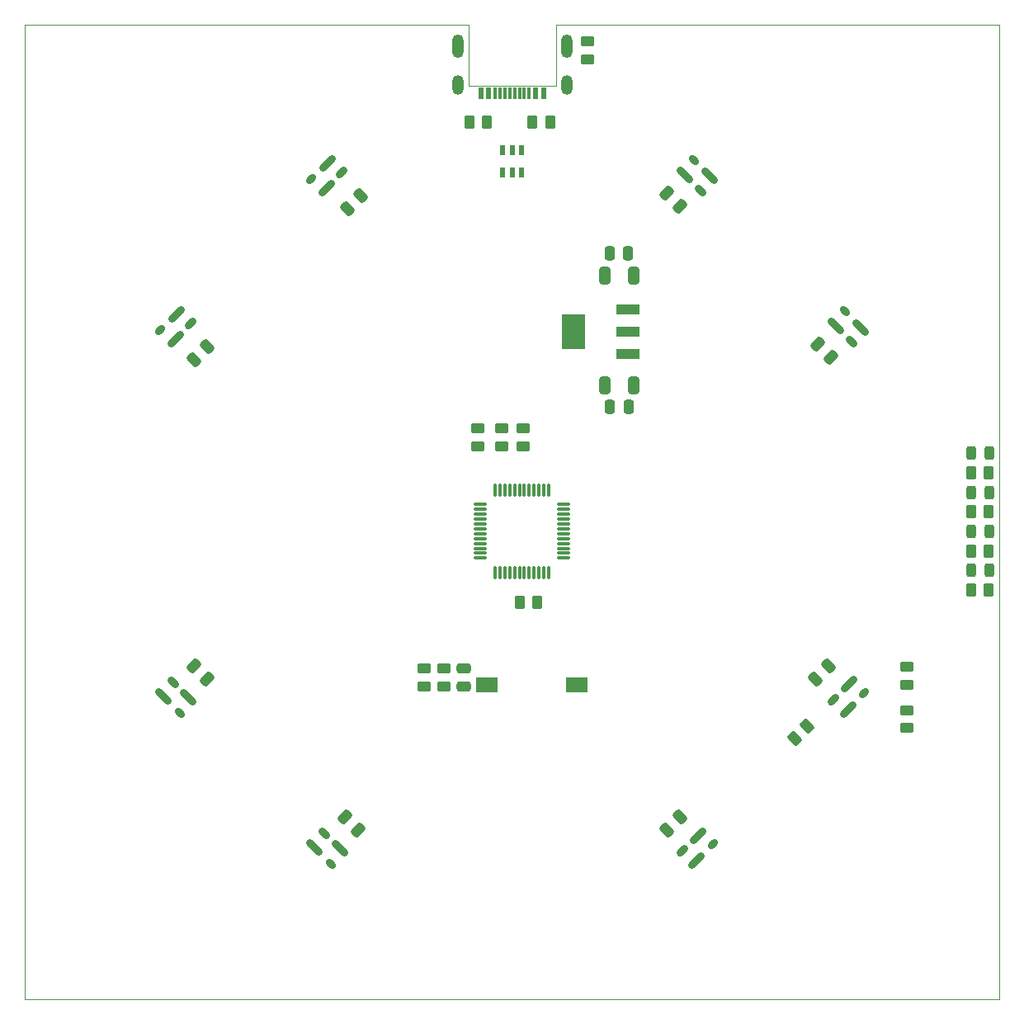
<source format=gtp>
G04 #@! TF.GenerationSoftware,KiCad,Pcbnew,(6.0.5)*
G04 #@! TF.CreationDate,2022-06-26T21:28:57+02:00*
G04 #@! TF.ProjectId,5x5x2-part2,35783578-322d-4706-9172-74322e6b6963,rev?*
G04 #@! TF.SameCoordinates,Original*
G04 #@! TF.FileFunction,Paste,Top*
G04 #@! TF.FilePolarity,Positive*
%FSLAX46Y46*%
G04 Gerber Fmt 4.6, Leading zero omitted, Abs format (unit mm)*
G04 Created by KiCad (PCBNEW (6.0.5)) date 2022-06-26 21:28:57*
%MOMM*%
%LPD*%
G01*
G04 APERTURE LIST*
G04 Aperture macros list*
%AMRoundRect*
0 Rectangle with rounded corners*
0 $1 Rounding radius*
0 $2 $3 $4 $5 $6 $7 $8 $9 X,Y pos of 4 corners*
0 Add a 4 corners polygon primitive as box body*
4,1,4,$2,$3,$4,$5,$6,$7,$8,$9,$2,$3,0*
0 Add four circle primitives for the rounded corners*
1,1,$1+$1,$2,$3*
1,1,$1+$1,$4,$5*
1,1,$1+$1,$6,$7*
1,1,$1+$1,$8,$9*
0 Add four rect primitives between the rounded corners*
20,1,$1+$1,$2,$3,$4,$5,0*
20,1,$1+$1,$4,$5,$6,$7,0*
20,1,$1+$1,$6,$7,$8,$9,0*
20,1,$1+$1,$8,$9,$2,$3,0*%
%AMHorizOval*
0 Thick line with rounded ends*
0 $1 width*
0 $2 $3 position (X,Y) of the first rounded end (center of the circle)*
0 $4 $5 position (X,Y) of the second rounded end (center of the circle)*
0 Add line between two ends*
20,1,$1,$2,$3,$4,$5,0*
0 Add two circle primitives to create the rounded ends*
1,1,$1,$2,$3*
1,1,$1,$4,$5*%
G04 Aperture macros list end*
G04 #@! TA.AperFunction,Profile*
%ADD10C,0.100000*%
G04 #@! TD*
%ADD11HorizOval,0.750000X0.229810X-0.229810X-0.229810X0.229810X0*%
%ADD12HorizOval,0.750000X0.477297X-0.477297X-0.477297X0.477297X0*%
%ADD13HorizOval,0.750000X0.159099X-0.159099X-0.159099X0.159099X0*%
%ADD14RoundRect,0.250000X0.450000X-0.262500X0.450000X0.262500X-0.450000X0.262500X-0.450000X-0.262500X0*%
%ADD15RoundRect,0.250000X-0.250000X-0.475000X0.250000X-0.475000X0.250000X0.475000X-0.250000X0.475000X0*%
%ADD16RoundRect,0.250000X0.325000X0.650000X-0.325000X0.650000X-0.325000X-0.650000X0.325000X-0.650000X0*%
%ADD17HorizOval,0.750000X0.229810X0.229810X-0.229810X-0.229810X0*%
%ADD18HorizOval,0.750000X0.477297X0.477297X-0.477297X-0.477297X0*%
%ADD19HorizOval,0.750000X0.159099X0.159099X-0.159099X-0.159099X0*%
%ADD20RoundRect,0.250000X-0.159099X0.512652X-0.512652X0.159099X0.159099X-0.512652X0.512652X-0.159099X0*%
%ADD21RoundRect,0.250000X-0.512652X-0.159099X-0.159099X-0.512652X0.512652X0.159099X0.159099X0.512652X0*%
%ADD22RoundRect,0.250000X0.475000X-0.250000X0.475000X0.250000X-0.475000X0.250000X-0.475000X-0.250000X0*%
%ADD23R,2.180000X1.600000*%
%ADD24R,2.470000X0.980000*%
%ADD25R,2.470000X3.600000*%
%ADD26RoundRect,0.243750X0.243750X0.456250X-0.243750X0.456250X-0.243750X-0.456250X0.243750X-0.456250X0*%
%ADD27RoundRect,0.250000X0.132583X-0.503814X0.503814X-0.132583X-0.132583X0.503814X-0.503814X0.132583X0*%
%ADD28RoundRect,0.250000X0.159099X-0.512652X0.512652X-0.159099X-0.159099X0.512652X-0.512652X0.159099X0*%
%ADD29RoundRect,0.250000X0.250000X0.475000X-0.250000X0.475000X-0.250000X-0.475000X0.250000X-0.475000X0*%
%ADD30R,0.600000X1.300000*%
%ADD31R,0.300000X1.300000*%
%ADD32O,1.200000X2.000000*%
%ADD33O,1.200000X2.400000*%
%ADD34RoundRect,0.250000X-0.325000X-0.650000X0.325000X-0.650000X0.325000X0.650000X-0.325000X0.650000X0*%
%ADD35RoundRect,0.250000X0.262500X0.450000X-0.262500X0.450000X-0.262500X-0.450000X0.262500X-0.450000X0*%
%ADD36HorizOval,0.750000X-0.229810X0.229810X0.229810X-0.229810X0*%
%ADD37HorizOval,0.750000X-0.477297X0.477297X0.477297X-0.477297X0*%
%ADD38HorizOval,0.750000X-0.159099X0.159099X0.159099X-0.159099X0*%
%ADD39HorizOval,0.750000X-0.229810X-0.229810X0.229810X0.229810X0*%
%ADD40HorizOval,0.750000X-0.477297X-0.477297X0.477297X0.477297X0*%
%ADD41HorizOval,0.750000X-0.159099X-0.159099X0.159099X0.159099X0*%
%ADD42R,0.530000X1.070000*%
%ADD43O,0.270000X1.500000*%
%ADD44O,1.500000X0.270000*%
%ADD45RoundRect,0.250000X0.512652X0.159099X0.159099X0.512652X-0.512652X-0.159099X-0.159099X-0.512652X0*%
%ADD46RoundRect,0.250000X-0.450000X0.262500X-0.450000X-0.262500X0.450000X-0.262500X0.450000X0.262500X0*%
%ADD47RoundRect,0.250000X-0.262500X-0.450000X0.262500X-0.450000X0.262500X0.450000X-0.262500X0.450000X0*%
G04 APERTURE END LIST*
D10*
X240000000Y-38000000D02*
X240000000Y-138000000D01*
X240000000Y-138000000D02*
X140000000Y-138000000D01*
X140000000Y-138000000D02*
X140000000Y-38000000D01*
X194500000Y-38000000D02*
X194500000Y-44300000D01*
X185500000Y-38000000D02*
X140000000Y-38000000D01*
X194500000Y-38000000D02*
X240000000Y-38000000D01*
X194500000Y-44300000D02*
X185500000Y-44300000D01*
X185500000Y-44300000D02*
X185500000Y-38000000D01*
D11*
X155199480Y-105462043D03*
D12*
X154209530Y-106946967D03*
D13*
X155871231Y-108608668D03*
D12*
X156790470Y-107053033D03*
D14*
X181000000Y-105912500D03*
X181000000Y-104087500D03*
X191150000Y-81250000D03*
X191150000Y-79425000D03*
D15*
X200050000Y-77250000D03*
X201950000Y-77250000D03*
D16*
X202475000Y-63750000D03*
X199525000Y-63750000D03*
D17*
X207462043Y-122800520D03*
D18*
X208946967Y-123790470D03*
D19*
X210608668Y-122128769D03*
D18*
X209053033Y-121209530D03*
D20*
X158671751Y-71078249D03*
X157328249Y-72421751D03*
D21*
X172828249Y-119328249D03*
X174171751Y-120671751D03*
D22*
X185000000Y-105950000D03*
X185000000Y-104050000D03*
D14*
X197750000Y-41575000D03*
X197750000Y-39750000D03*
D23*
X196590000Y-105750000D03*
X187410000Y-105750000D03*
D24*
X201910000Y-71800000D03*
X201910000Y-69500000D03*
X201910000Y-67200000D03*
D25*
X196250000Y-69500000D03*
D26*
X238937500Y-86000000D03*
X237062500Y-86000000D03*
D27*
X219000000Y-111250000D03*
X220290470Y-109959530D03*
D28*
X221078249Y-105171751D03*
X222421751Y-103828249D03*
D29*
X201900000Y-61500000D03*
X200000000Y-61500000D03*
D30*
X193210000Y-45050000D03*
X192410000Y-45050000D03*
D31*
X191250000Y-45050000D03*
X190250000Y-45050000D03*
X189750000Y-45050000D03*
X188750000Y-45050000D03*
D30*
X187590000Y-45050000D03*
X186790000Y-45050000D03*
X186790000Y-45050000D03*
X187590000Y-45050000D03*
D31*
X188250000Y-45050000D03*
X189250000Y-45050000D03*
X190750000Y-45050000D03*
X191750000Y-45050000D03*
D30*
X192410000Y-45050000D03*
X193210000Y-45050000D03*
D32*
X195580000Y-44195000D03*
X184420000Y-44195000D03*
D33*
X195580000Y-40195000D03*
X184420000Y-40195000D03*
D21*
X157328249Y-103828249D03*
X158671751Y-105171751D03*
D34*
X199525000Y-75000000D03*
X202475000Y-75000000D03*
D35*
X238912500Y-96000000D03*
X237087500Y-96000000D03*
D14*
X230500000Y-110162500D03*
X230500000Y-108337500D03*
D36*
X224800520Y-70537957D03*
D37*
X225790470Y-69053033D03*
D38*
X224128769Y-67391332D03*
D37*
X223209530Y-68946967D03*
D14*
X230500000Y-105750000D03*
X230500000Y-103925000D03*
D39*
X157037957Y-68699480D03*
D40*
X155553033Y-67709530D03*
D41*
X153891332Y-69371231D03*
D40*
X155446967Y-70290470D03*
D36*
X209300520Y-55037957D03*
D37*
X210290470Y-53553033D03*
D38*
X208628769Y-51891332D03*
D37*
X207709530Y-53446967D03*
D26*
X238937500Y-90000000D03*
X237062500Y-90000000D03*
D20*
X174421751Y-55578249D03*
X173078249Y-56921751D03*
D42*
X190950000Y-50850000D03*
X190000000Y-50850000D03*
X189050000Y-50850000D03*
X189050000Y-53150000D03*
X190000000Y-53150000D03*
X190950000Y-53150000D03*
D43*
X188250000Y-94250000D03*
X188750000Y-94250000D03*
X189250000Y-94250000D03*
X189750000Y-94250000D03*
X190250000Y-94250000D03*
X190750000Y-94250000D03*
X191250000Y-94250000D03*
X191750000Y-94250000D03*
X192250000Y-94250000D03*
X192750000Y-94250000D03*
X193250000Y-94250000D03*
X193750000Y-94250000D03*
D44*
X195250000Y-92750000D03*
X195250000Y-92250000D03*
X195250000Y-91750000D03*
X195250000Y-91250000D03*
X195250000Y-90750000D03*
X195250000Y-90250000D03*
X195250000Y-89750000D03*
X195250000Y-89250000D03*
X195250000Y-88750000D03*
X195250000Y-88250000D03*
X195250000Y-87750000D03*
X195250000Y-87250000D03*
D43*
X193750000Y-85750000D03*
X193250000Y-85750000D03*
X192750000Y-85750000D03*
X192250000Y-85750000D03*
X191750000Y-85750000D03*
X191250000Y-85750000D03*
X190750000Y-85750000D03*
X190250000Y-85750000D03*
X189750000Y-85750000D03*
X189250000Y-85750000D03*
X188750000Y-85750000D03*
X188250000Y-85750000D03*
D44*
X186750000Y-87250000D03*
X186750000Y-87750000D03*
X186750000Y-88250000D03*
X186750000Y-88750000D03*
X186750000Y-89250000D03*
X186750000Y-89750000D03*
X186750000Y-90250000D03*
X186750000Y-90750000D03*
X186750000Y-91250000D03*
X186750000Y-91750000D03*
X186750000Y-92250000D03*
X186750000Y-92750000D03*
D28*
X205828249Y-120671751D03*
X207171751Y-119328249D03*
D35*
X192575000Y-97250000D03*
X190750000Y-97250000D03*
X238912500Y-92000000D03*
X237087500Y-92000000D03*
X238912500Y-88000000D03*
X237087500Y-88000000D03*
D45*
X222671751Y-72171751D03*
X221328249Y-70828249D03*
D17*
X222962043Y-107300520D03*
D18*
X224446967Y-108290470D03*
D19*
X226108668Y-106628769D03*
D18*
X224553033Y-105709530D03*
D45*
X207171751Y-56671751D03*
X205828249Y-55328249D03*
D35*
X238912500Y-84000000D03*
X237087500Y-84000000D03*
D39*
X172537957Y-53199480D03*
D40*
X171053033Y-52209530D03*
D41*
X169391332Y-53871231D03*
D40*
X170946967Y-54790470D03*
D46*
X186500000Y-79425000D03*
X186500000Y-81250000D03*
X183000000Y-104087500D03*
X183000000Y-105912500D03*
D26*
X238937500Y-94000000D03*
X237062500Y-94000000D03*
D47*
X185587500Y-48000000D03*
X187412500Y-48000000D03*
D26*
X238937500Y-82000000D03*
X237062500Y-82000000D03*
D11*
X170699480Y-120962043D03*
D12*
X169709530Y-122446967D03*
D13*
X171371231Y-124108668D03*
D12*
X172290470Y-122553033D03*
D35*
X193912500Y-48000000D03*
X192087500Y-48000000D03*
D14*
X188900000Y-81250000D03*
X188900000Y-79425000D03*
M02*

</source>
